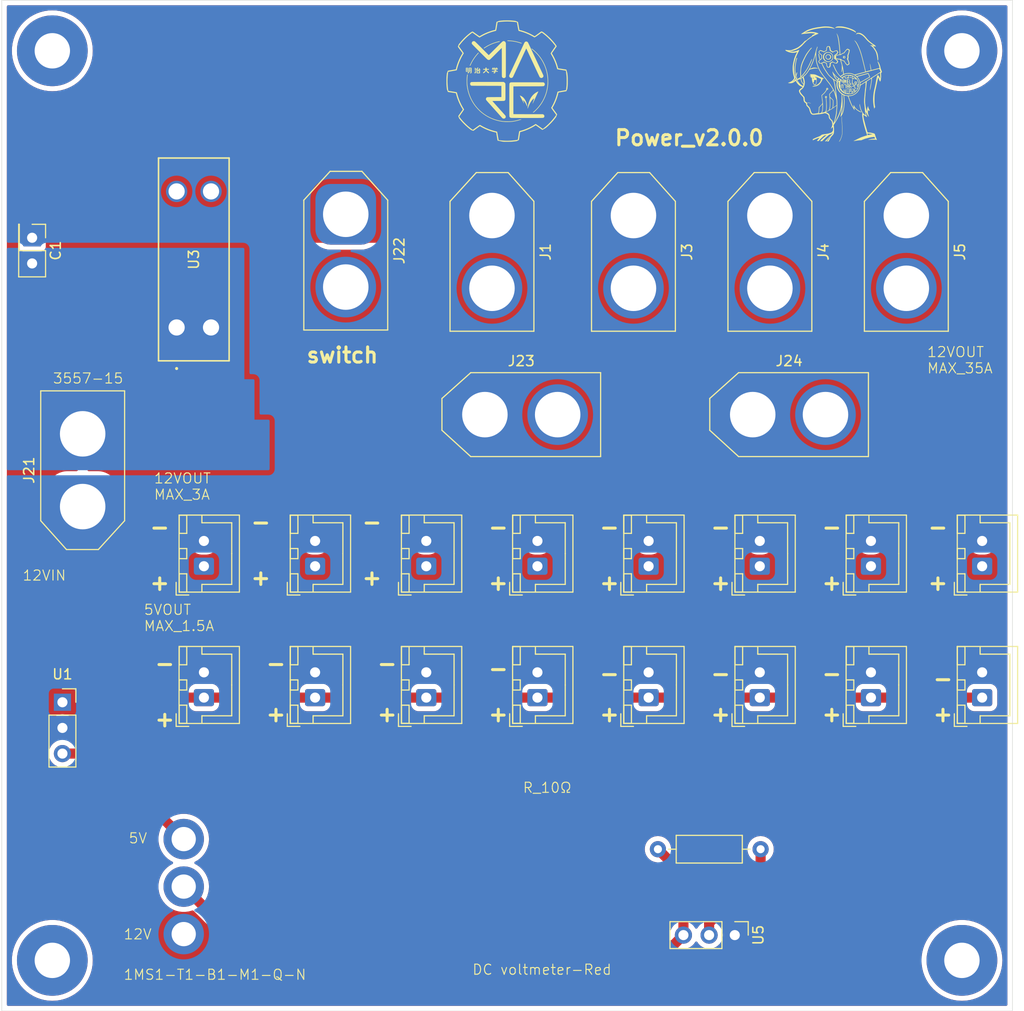
<source format=kicad_pcb>
(kicad_pcb (version 20240108) (generator "pcbnew") (generator_version "8.0")
  (layers (0 "F.Cu" signal) (31 "B.Cu" signal) (34 "B.Paste" user) (35 "F.Paste" user) (36 "B.SilkS" user "B.Silkscreen") (37 "F.SilkS" user "F.Silkscreen") (38 "B.Mask" user) (39 "F.Mask" user) (44 "Edge.Cuts" user))
  (net 0 "")
  (net 1 "GND")
  (net 2 "Net-(J14-Pin_1)")
  (net 3 "Net-(U5-OUT)")
  (net 4 "Net-(R1-Pad1)")
  (net 5 "+12V_1")
  (net 6 "+12V_2")
  (net 7 "+12V_3")
  (footprint "Connector_AMASS:AMASS_XT60-F_1x02_P7.20mm_Vertical" (layer "F.Cu") (at 46.033156 33.179045 -90)
    (property "Reference" "J22" (at 3.6 -5.3 90) (layer "F.SilkS"))
    (property "Value" "Conn_01x02_Pin" (hide yes))
    (pad "1" thru_hole roundrect (at 0 0 270) (size 6 6) (drill 4.5) (layers "*.Cu" "*.Mask") (net 6 "+12V_2"))
    (pad "2" thru_hole circle (at 7.2 0 270) (size 6 6) (drill 4.5) (layers "*.Cu" "*.Mask") (net 7 "+12V_3"))
  )
  (footprint "Connector_JST:JST_XH_B2B-XH-A_1x02_P2.50mm_Vertical" (layer "F.Cu") (at 54 68 90)
    (property "Reference" "J8" (hide yes))
    (property "Value" "Conn_01x02_Socket" (hide yes))
    (pad "1" thru_hole roundrect (at 0 0 90) (size 1.7 2) (drill 1) (layers "*.Cu" "*.Mask") (roundrect_rratio 0.147059) (net 6 "+12V_2"))
    (pad "2" thru_hole oval (at 2.5 0 90) (size 1.7 2) (drill 1) (layers "*.Cu" "*.Mask") (net 1 "GND"))
  )
  (footprint "00a:hole_M3" (layer "F.Cu") (at 107 17)
    (property "Reference" "REF**" (hide yes))
    (property "Value" "hole_M3")
    (pad "1" thru_hole circle (at 0 0) (size 7 7) (drill 3.5) (layers "*.Cu" "*.Mask"))
  )
  (footprint "00a:hole_M3" (layer "F.Cu") (at 107 107)
    (property "Reference" "REF**" (hide yes))
    (property "Value" "hole_M3")
    (pad "1" thru_hole circle (at 0 0) (size 7 7) (drill 3.5) (layers "*.Cu" "*.Mask"))
  )
  (footprint "Connector_AMASS:AMASS_XT60-F_1x02_P7.20mm_Vertical" (layer "F.Cu") (at 20 62.1 90)
    (property "Reference" "J21" (at 3.6 -5.3 90) (layer "F.SilkS"))
    (property "Value" "Conn_01x02_Pin")
    (pad "1" thru_hole roundrect (at 0 0 90) (size 6 6) (drill 4.5) (layers "*.Cu" "*.Mask") (net 1 "GND"))
    (pad "2" thru_hole circle (at 7.2 0 90) (size 6 6) (drill 4.5) (layers "*.Cu" "*.Mask") (net 5 "+12V_1"))
  )
  (footprint "00a:MARC_rogo" (layer "F.Cu") (at 62 20)
    (property "Reference" "G***" (hide yes))
    (property "Value" "LOGO" (hide yes))
  )
  (footprint "Connector_JST:JST_XH_B2B-XH-A_1x02_P2.50mm_Vertical" (layer "F.Cu") (at 32 68 90)
    (property "Reference" "J6" (hide yes))
    (property "Value" "Conn_01x02_Socket" (hide yes))
    (pad "1" thru_hole roundrect (at 0 0 90) (size 1.7 2) (drill 1) (layers "*.Cu" "*.Mask") (roundrect_rratio 0.147059) (net 6 "+12V_2"))
    (pad "2" thru_hole oval (at 2.5 0 90) (size 1.7 2) (drill 1) (layers "*.Cu" "*.Mask") (net 1 "GND"))
  )
  (footprint "Connector_AMASS:AMASS_XT60-F_1x02_P7.20mm_Vertical" (layer "F.Cu") (at 60.5 33.3 -90)
    (property "Reference" "J1" (at 3.6 -5.3 90) (layer "F.SilkS"))
    (property "Value" "Conn_01x02_Socket" (hide yes))
    (pad "1" thru_hole roundrect (at 0 0 270) (size 6 6) (drill 4.5) (layers "*.Cu" "*.Mask") (net 1 "GND"))
    (pad "2" thru_hole circle (at 7.2 0 270) (size 6 6) (drill 4.5) (layers "*.Cu" "*.Mask") (net 7 "+12V_3"))
  )
  (footprint "Connector_JST:JST_XH_B2B-XH-A_1x02_P2.50mm_Vertical" (layer "F.Cu") (at 43 68 90)
    (property "Reference" "J7" (hide yes))
    (property "Value" "Conn_01x02_Socket" (hide yes))
    (pad "1" thru_hole roundrect (at 0 0 90) (size 1.7 2) (drill 1) (layers "*.Cu" "*.Mask") (roundrect_rratio 0.147059) (net 6 "+12V_2"))
    (pad "2" thru_hole oval (at 2.5 0 90) (size 1.7 2) (drill 1) (layers "*.Cu" "*.Mask") (net 1 "GND"))
  )
  (footprint "00a:nuron" (layer "F.Cu") (at 95 20)
    (property "Reference" "G***" (hide yes))
    (property "Value" "LOGO" (hide yes))
  )
  (footprint "Connector_JST:JST_XH_B2B-XH-A_1x02_P2.50mm_Vertical" (layer "F.Cu") (at 87 81 90)
    (property "Reference" "J18" (hide yes))
    (property "Value" "Conn_01x02_Socket" (hide yes))
    (pad "1" thru_hole roundrect (at 0 0 90) (size 1.7 2) (drill 1) (layers "*.Cu" "*.Mask") (roundrect_rratio 0.147059) (net 2 "Net-(J14-Pin_1)"))
    (pad "2" thru_hole oval (at 2.5 0 90) (size 1.7 2) (drill 1) (layers "*.Cu" "*.Mask") (net 1 "GND"))
  )
  (footprint "00a:hole_M3" (layer "F.Cu") (at 17 17)
    (property "Reference" "REF**" (hide yes))
    (property "Value" "hole_M3")
    (pad "1" thru_hole circle (at 0 0) (size 7 7) (drill 3.5) (layers "*.Cu" "*.Mask"))
  )
  (footprint "00a:1MS1-T1-B1-M1-Q-N-S" (layer "F.Cu") (at 30 95 -90)
    (property "Reference" "U4" (hide yes))
    (property "Value" "~")
    (pad "1" thru_hole circle (at 0 0 270) (size 4 4) (drill 2.4) (layers "*.Cu" "*.Mask") (net 2 "Net-(J14-Pin_1)"))
    (pad "2" thru_hole circle (at 4.7 0 270) (size 4 4) (drill 2.4) (layers "*.Cu" "*.Mask") (net 3 "Net-(U5-OUT)"))
    (pad "3" thru_hole circle (at 9.4 0 270) (size 4 4) (drill 2.4) (layers "*.Cu" "*.Mask") (net 6 "+12V_2"))
  )
  (footprint "Connector_PinSocket_2.54mm:PinSocket_1x03_P2.54mm_Vertical" (layer "F.Cu") (at 18 81.46)
    (property "Reference" "U1" (at 0 -2.77 0) (layer "F.SilkS"))
    (property "Value" "~")
    (pad "1" thru_hole rect (at 0 0) (size 1.7 1.7) (drill 1) (layers "*.Cu" "*.Mask") (net 6 "+12V_2"))
    (pad "2" thru_hole oval (at 0 2.54) (size 1.7 1.7) (drill 1) (layers "*.Cu" "*.Mask") (net 1 "GND"))
    (pad "3" thru_hole oval (at 0 5.08) (size 1.7 1.7) (drill 1) (layers "*.Cu" "*.Mask") (net 2 "Net-(J14-Pin_1)"))
  )
  (footprint "Connector_JST:JST_XH_B2B-XH-A_1x02_P2.50mm_Vertical" (layer "F.Cu") (at 54 81 90)
    (property "Reference" "J15" (hide yes))
    (property "Value" "Conn_01x02_Socket" (hide yes))
    (pad "1" thru_hole roundrect (at 0 0 90) (size 1.7 2) (drill 1) (layers "*.Cu" "*.Mask") (roundrect_rratio 0.147059) (net 2 "Net-(J14-Pin_1)"))
    (pad "2" thru_hole oval (at 2.5 0 90) (size 1.7 2) (drill 1) (layers "*.Cu" "*.Mask") (net 1 "GND"))
  )
  (footprint "Connector_JST:JST_XH_B2B-XH-A_1x02_P2.50mm_Vertical" (layer "F.Cu") (at 98 81 90)
    (property "Reference" "J19" (hide yes))
    (property "Value" "Conn_01x02_Socket" (hide yes))
    (pad "1" thru_hole roundrect (at 0 0 90) (size 1.7 2) (drill 1) (layers "*.Cu" "*.Mask") (roundrect_rratio 0.147059) (net 2 "Net-(J14-Pin_1)"))
    (pad "2" thru_hole oval (at 2.5 0 90) (size 1.7 2) (drill 1) (layers "*.Cu" "*.Mask") (net 1 "GND"))
  )
  (footprint "Resistor_THT:R_Axial_DIN0207_L6.3mm_D2.5mm_P10.16mm_Horizontal" (layer "F.Cu") (at 87.08 96 180)
    (property "Reference" "R1" (hide yes))
    (property "Value" "10" (hide yes))
    (pad "1" thru_hole circle (at 0 0 180) (size 1.6 1.6) (drill 0.8) (layers "*.Cu" "*.Mask") (net 4 "Net-(R1-Pad1)"))
    (pad "2" thru_hole oval (at 10.16 0 180) (size 1.6 1.6) (drill 0.8) (layers "*.Cu" "*.Mask") (net 3 "Net-(U5-OUT)"))
  )
  (footprint "Connector_JST:JST_XH_B2B-XH-A_1x02_P2.50mm_Vertical" (layer "F.Cu") (at 65 81 90)
    (property "Reference" "J16" (hide yes))
    (property "Value" "Conn_01x02_Socket" (hide yes))
    (pad "1" thru_hole roundrect (at 0 0 90) (size 1.7 2) (drill 1) (layers "*.Cu" "*.Mask") (roundrect_rratio 0.147059) (net 2 "Net-(J14-Pin_1)"))
    (pad "2" thru_hole oval (at 2.5 0 90) (size 1.7 2) (drill 1) (layers "*.Cu" "*.Mask") (net 1 "GND"))
  )
  (footprint "Connector_JST:JST_XH_B2B-XH-A_1x02_P2.50mm_Vertical" (layer "F.Cu") (at 109 81 90)
    (property "Reference" "J20" (hide yes))
    (property "Value" "Conn_01x02_Socket" (hide yes))
    (pad "1" thru_hole roundrect (at 0 0 90) (size 1.7 2) (drill 1) (layers "*.Cu" "*.Mask") (roundrect_rratio 0.147059) (net 2 "Net-(J14-Pin_1)"))
    (pad "2" thru_hole oval (at 2.5 0 90) (size 1.7 2) (drill 1) (layers "*.Cu" "*.Mask") (net 1 "GND"))
  )
  (footprint "Connector_AMASS:AMASS_XT60-F_1x02_P7.20mm_Vertical" (layer "F.Cu") (at 74.5 33.3 -90)
    (property "Reference" "J3" (at 3.6 -5.3 90) (layer "F.SilkS"))
    (property "Value" "Conn_01x02_Socket")
    (pad "1" thru_hole roundrect (at 0 0 270) (size 6 6) (drill 4.5) (layers "*.Cu" "*.Mask") (net 1 "GND"))
    (pad "2" thru_hole circle (at 7.2 0 270) (size 6 6) (drill 4.5) (layers "*.Cu" "*.Mask") (net 7 "+12V_3"))
  )
  (footprint "Connector_JST:JST_XH_B2B-XH-A_1x02_P2.50mm_Vertical" (layer "F.Cu") (at 76 68 90)
    (property "Reference" "J10" (hide yes))
    (property "Value" "Conn_01x02_Socket" (hide yes))
    (pad "1" thru_hole roundrect (at 0 0 90) (size 1.7 2) (drill 1) (layers "*.Cu" "*.Mask") (roundrect_rratio 0.147059) (net 6 "+12V_2"))
    (pad "2" thru_hole oval (at 2.5 0 90) (size 1.7 2) (drill 1) (layers "*.Cu" "*.Mask") (net 1 "GND"))
  )
  (footprint "Connector_JST:JST_XH_B2B-XH-A_1x02_P2.50mm_Vertical" (layer "F.Cu") (at 76 81 90)
    (property "Reference" "J17" (hide yes))
    (property "Value" "Conn_01x02_Socket" (hide yes))
    (pad "1" thru_hole roundrect (at 0 0 90) (size 1.7 2) (drill 1) (layers "*.Cu" "*.Mask") (roundrect_rratio 0.147059) (net 2 "Net-(J14-Pin_1)"))
    (pad "2" thru_hole oval (at 2.5 0 90) (size 1.7 2) (drill 1) (layers "*.Cu" "*.Mask") (net 1 "GND"))
  )
  (footprint "Connector_JST:JST_XH_B2B-XH-A_1x02_P2.50mm_Vertical" (layer "F.Cu") (at 32 81 90)
    (property "Reference" "J2" (hide yes))
    (property "Value" "Conn_01x02_Socket" (hide yes))
    (pad "1" thru_hole roundrect (at 0 0 90) (size 1.7 2) (drill 1) (layers "*.Cu" "*.Mask") (roundrect_rratio 0.147059) (net 2 "Net-(J14-Pin_1)"))
    (pad "2" thru_hole oval (at 2.5 0 90) (size 1.7 2) (drill 1) (layers "*.Cu" "*.Mask") (net 1 "GND"))
  )
  (footprint "Connector_AMASS:AMASS_XT60-F_1x02_P7.20mm_Vertical" (layer "F.Cu") (at 86.3 53)
    (property "Reference" "J24" (at 3.6 -5.3 180) (layer "F.SilkS"))
    (property "Value" "Conn_01x02_Socket")
    (pad "1" thru_hole roundrect (at 0 0) (size 6 6) (drill 4.5) (layers "*.Cu" "*.Mask") (net 1 "GND"))
    (pad "2" thru_hole circle (at 7.2 0) (size 6 6) (drill 4.5) (layers "*.Cu" "*.Mask") (net 7 "+12V_3"))
  )
  (footprint "Connector_PinHeader_2.54mm:PinHeader_1x03_P2.54mm_Vertical" (layer "F.Cu") (at 84.525 104.5 -90)
    (property "Reference" "U5" (at 0 -2.33 90) (layer "F.SilkS"))
    (property "Value" "~")
    (pad "1" thru_hole rect (at 0 0 270) (size 1.7 1.7) (drill 1) (layers "*.Cu" "*.Mask") (net 1 "GND"))
    (pad "2" thru_hole oval (at 0 2.54 270) (size 1.7 1.7) (drill 1) (layers "*.Cu" "*.Mask") (net 4 "Net-(R1-Pad1)"))
    (pad "3" thru_hole oval (at 0 5.08 270) (size 1.7 1.7) (drill 1) (layers "*.Cu" "*.Mask") (net 3 "Net-(U5-OUT)"))
  )
  (footprint "Connector_JST:JST_XH_B2B-XH-A_1x02_P2.50mm_Vertical" (layer "F.Cu") (at 65 68 90)
    (property "Reference" "J9" (hide yes))
    (property "Value" "Conn_01x02_Socket" (hide yes))
    (pad "1" thru_hole roundrect (at 0 0 90) (size 1.7 2) (drill 1) (layers "*.Cu" "*.Mask") (roundrect_rratio 0.147059) (net 6 "+12V_2"))
    (pad "2" thru_hole oval (at 2.5 0 90) (size 1.7 2) (drill 1) (layers "*.Cu" "*.Mask") (net 1 "GND"))
  )
  (footprint "Connector_AMASS:AMASS_XT60-F_1x02_P7.20mm_Vertical" (layer "F.Cu") (at 88 33.3 -90)
    (property "Reference" "J4" (at 3.6 -5.3 90) (layer "F.SilkS"))
    (property "Value" "Conn_01x02_Socket")
    (pad "1" thru_hole roundrect (at 0 0 270) (size 6 6) (drill 4.5) (layers "*.Cu" "*.Mask") (net 1 "GND"))
    (pad "2" thru_hole circle (at 7.2 0 270) (size 6 6) (drill 4.5) (layers "*.Cu" "*.Mask") (net 7 "+12V_3"))
  )
  (footprint "Connector_AMASS:AMASS_XT60-F_1x02_P7.20mm_Vertical" (layer "F.Cu") (at 101.5 33.3 -90)
    (property "Reference" "J5" (at 3.6 -5.3 90) (layer "F.SilkS"))
    (property "Value" "Conn_01x02_Socket")
    (pad "1" thru_hole roundrect (at 0 0 270) (size 6 6) (drill 4.5) (layers "*.Cu" "*.Mask") (net 1 "GND"))
    (pad "2" thru_hole circle (at 7.2 0 270) (size 6 6) (drill 4.5) (layers "*.Cu" "*.Mask") (net 7 "+12V_3"))
  )
  (footprint "footprints:3557-15_KEY" (layer "F.Cu") (at 29.2982 44.3754 90)
    (property "Reference" "U3" (at 6.731 1.7018 90) (layer "F.SilkS"))
    (property "Value" "~")
    (pad "1" thru_hole rect (at 0 0 90) (size 2.1082 2.1082) (drill 1.6002) (layers "*.Cu" "*.Mask") (net 5 "+12V_1"))
    (pad "2" thru_hole circle (at 0 3.4036 90) (size 2.1082 2.1082) (drill 1.6002) (layers "*.Cu" "*.Mask") (net 5 "+12V_1"))
    (pad "3" thru_hole circle (at 13.462 3.4036 90) (size 2.1082 2.1082) (drill 1.6002) (layers "*.Cu" "*.Mask") (net 6 "+12V_2"))
    (pad "4" thru_hole circle (at 13.462 0 90) (size 2.1082 2.1082) (drill 1.6002) (layers "*.Cu" "*.Mask") (net 6 "+12V_2"))
  )
  (footprint "00a:hole_M3" (layer "F.Cu") (at 17 107)
    (property "Reference" "REF**" (hide yes))
    (property "Value" "hole_M3")
    (pad "1" thru_hole circle (at 0 0) (size 7 7) (drill 3.5) (layers "*.Cu" "*.Mask"))
  )
  (footprint "Connector_JST:JST_XH_B2B-XH-A_1x02_P2.50mm_Vertical" (layer "F.Cu") (at 109 68 90)
    (property "Reference" "J13" (hide yes))
    (property "Value" "Conn_01x02_Socket" (hide yes))
    (pad "1" thru_hole roundrect (at 0 0 90) (size 1.7 2) (drill 1) (layers "*.Cu" "*.Mask") (roundrect_rratio 0.147059) (net 6 "+12V_2"))
    (pad "2" thru_hole oval (at 2.5 0 90) (size 1.7 2) (drill 1) (layers "*.Cu" "*.Mask") (net 1 "GND"))
  )
  (footprint "Connector_JST:JST_XH_B2B-XH-A_1x02_P2.50mm_Vertical" (layer "F.Cu") (at 43 81 90)
    (property "Reference" "J14" (hide yes))
    (property "Value" "Conn_01x02_Socket" (hide yes))
    (pad "1" thru_hole roundrect (at 0 0 90) (size 1.7 2) (drill 1) (layers "*.Cu" "*.Mask") (roundrect_rratio 0.147059) (net 2 "Net-(J14-Pin_1)"))
    (pad "2" thru_hole oval (at 2.5 0 90) (size 1.7 2) (drill 1) (layers "*.Cu" "*.Mask") (net 1 "GND"))
  )
  (footprint "Connector_JST:JST_XH_B2B-XH-A_1x02_P2.50mm_Vertical" (layer "F.Cu") (at 98 68 90)
    (property "Reference" "J12" (hide yes))
    (property "Value" "Conn_01x02_Socket" (hide yes))
    (pad "1" thru_hole roundrect (at 0 0 90) (size 1.7 2) (drill 1) (layers "*.Cu" "*.Mask") (roundrect_rratio 0.147059) (net 6 "+12V_2"))
    (pad "2" thru_hole oval (at 2.5 0 90) (size 1.7 2) (drill 1) (layers "*.Cu" "*.Mask") (net 1 "GND"))
  )
  (footprint "Connector_PinHeader_2.54mm:PinHeader_2x01_P2.54mm_Vertical" (layer "F.Cu") (at 15 35.5 -90)
    (property "Reference" "C1" (at 1.27 -2.33 90) (layer "F.SilkS"))
    (property "Value" "C")
    (pad "1" thru_hole rect (at 0 0 270) (size 1.7 1.7) (drill 1) (layers "*.Cu" "*.Mask") (net 1 "GND"))
    (pad "2" thru_hole oval (at 2.54 0 270) (size 1.7 1.7) (drill 1) (layers "*.Cu" "*.Mask") (net 5 "+12V_1"))
  )
  (footprint "Connector_AMASS:AMASS_XT60-F_1x02_P7.20mm_Vertical" (layer "F.Cu") (at 59.8 53)
    (property "Reference" "J23" (at 3.6 -5.3 180) (layer "F.SilkS"))
    (property "Value" "Conn_01x02_Socket")
    (pad "1" thru_hole roundrect (at 0 0) (size 6 6) (drill 4.5) (layers "*.Cu" "*.Mask") (net 1 "GND"))
    (pad "2" thru_hole circle (at 7.2 0) (size 6 6) (drill 4.5) (layers "*.Cu" "*.Mask") (net 7 "+12V_3"))
  )
  (footprint "Connector_JST:JST_XH_B2B-XH-A_1x02_P2.50mm_Vertical" (layer "F.Cu") (at 87 68 90)
    (property "Reference" "J11" (hide yes))
    (property "Value" "Conn_01x02_Socket" (hide yes))
    (pad "1" thru_hole roundrect (at 0 0 90) (size 1.7 2) (drill 1) (layers "*.Cu" "*.Mask") (roundrect_rratio 0.147059) (net 6 "+12V_2"))
    (pad "2" thru_hole oval (at 2.5 0 90) (size 1.7 2) (drill 1) (layers "*.Cu" "*.Mask") (net 1 "GND"))
  )
  (gr_rect (start 12 12) (end 112 112) (stroke (width 0.05)) (fill none) (layer "Edge.Cuts"))
  (gr_text "+\n" (at 47.5 70 0) (layer "F.SilkS") (effects (font (size 1.5 1.5) (thickness 0.3) (bold yes)) (justify left bottom)))
  (gr_text "12V" (at 24 105 0) (layer "F.SilkS") (effects (font (size 1 1) (thickness 0.1)) (justify left bottom)))
  (gr_text "-" (at 71 65 0) (layer "F.SilkS") (effects (font (size 1.5 1.5) (thickness 0.3) (bold yes)) (justify left bottom)))
  (gr_text "+\n" (at 71 83.5 0) (layer "F.SilkS") (effects (font (size 1.5 1.5) (thickness 0.3) (bold yes)) (justify left bottom)))
  (gr_text "+\n" (at 82 70.5 0) (layer "F.SilkS") (effects (font (size 1.5 1.5) (thickness 0.3) (bold yes)) (justify left bottom)))
  (gr_text "+\n" (at 103.5 70.5 0) (layer "F.SilkS") (effects (font (size 1.5 1.5) (thickness 0.3) (bold yes)) (justify left bottom)))
  (gr_text "-" (at 38 78.5 0) (layer "F.SilkS") (effects (font (size 1.5 1.5) (thickness 0.3) (bold yes)) (justify left bottom)))
  (gr_text "3557-15" (at 17 50 0) (layer "F.SilkS") (effects (font (size 1 1) (thickness 0.1)) (justify left bottom)))
  (gr_text "12VOUT\nMAX_35A" (at 103.5 49 0) (layer "F.SilkS") (effects (font (size 1 1) (thickness 0.1)) (justify left bottom)))
  (gr_text "-" (at 26.5 65 0) (layer "F.SilkS") (effects (font (size 1.5 1.5) (thickness 0.3) (bold yes)) (justify left bottom)))
  (gr_text "+\n" (at 93 83.5 0) (layer "F.SilkS") (effects (font (size 1.5 1.5) (thickness 0.3) (bold yes)) (justify left bottom)))
  (gr_text "-" (at 82 79.5 0) (layer "F.SilkS") (effects (font (size 1.5 1.5) (thickness 0.3) (bold yes)) (justify left bottom)))
  (gr_text "-" (at 93 65 0) (layer "F.SilkS") (effects (font (size 1.5 1.5) (thickness 0.3) (bold yes)) (justify left bottom)))
  (gr_text "+\n" (at 49 83.5 0) (layer "F.SilkS") (effects (font (size 1.5 1.5) (thickness 0.3) (bold yes)) (justify left bottom)))
  (gr_text "5V" (at 24.5 95.5 0) (layer "F.SilkS") (effects (font (size 1 1) (thickness 0.1)) (justify left bottom)))
  (gr_text "-" (at 49 78.5 0) (layer "F.SilkS") (effects (font (size 1.5 1.5) (thickness 0.3) (bold yes)) (justify left bottom)))
  (gr_text "1MS1-T1-B1-M1-Q-N" (at 24 109 0) (layer "F.SilkS") (effects (font (size 1 1) (thickness 0.1)) (justify left bottom)))
  (gr_text "+\n" (at 93 70.5 0) (layer "F.SilkS") (effects (font (size 1.5 1.5) (thickness 0.3) (bold yes)) (justify left bottom)))
  (gr_text "+\n" (at 26.5 70.5 0) (layer "F.SilkS") (effects (font (size 1.5 1.5) (thickness 0.3) (bold yes)) (justify left bottom)))
  (gr_text "12VOUT\nMAX_3A" (at 27 61.5 0) (layer "F.SilkS") (effects (font (size 1 1) (thickness 0.1)) (justify left bottom)))
  (gr_text "+\n" (at 36.5 70 0) (layer "F.SilkS") (effects (font (size 1.5 1.5) (thickness 0.3) (bold yes)) (justify left bottom)))
  (gr_text "-" (at 60 79 0) (layer "F.SilkS") (effects (font (size 1.5 1.5) (thickness 0.3) (bold yes)) (justify left bottom)))
  (gr_text "DC voltmeter-Red" (at 58.5 108.5 0) (layer "F.SilkS") (effects (font (size 1 1) (thickness 0.1)) (justify left bottom)))
  (gr_text "-" (at 47.5 64.5 0) (layer "F.SilkS") (effects (font (size 1.5 1.5) (thickness 0.3) (bold yes)) (justify left bottom)))
  (gr_text "-" (at 36.5 64.5 0) (layer "F.SilkS") (effects (font (size 1.5 1.5) (thickness 0.3) (bold yes)) (justify left bottom)))
  (gr_text "-" (at 27 78.5 0) (layer "F.SilkS") (effects (font (size 1.5 1.5) (thickness 0.3) (bold yes)) (justify left bottom)))
  (gr_text "+\n" (at 71 70.5 0) (layer "F.SilkS") (effects (font (size 1.5 1.5) (thickness 0.3) (bold yes)) (justify left bottom)))
  (gr_text "+\n" (at 27 84 0) (layer "F.SilkS") (effects (font (size 1.5 1.5) (thickness 0.3) (bold yes)) (justify left bottom)))
  (gr_text "+\n" (at 82 83.5 0) (layer "F.SilkS") (effects (font (size 1.5 1.5) (thickness 0.3) (bold yes)) (justify left bottom)))
  (gr_text "+\n" (at 60 83.5 0) (layer "F.SilkS") (effects (font (size 1.5 1.5) (thickness 0.3) (bold yes)) (justify left bottom)))
  (gr_text "-" (at 93 79.5 0) (layer "F.SilkS") (effects (font (size 1.5 1.5) (thickness 0.3) (bold yes)) (justify left bottom)))
  (gr_text "12VIN" (at 14 69.5 0) (layer "F.SilkS") (effects (font (size 1 1) (thickness 0.1)) (justify left bottom)))
  (gr_text "-" (at 103.5 65 0) (layer "F.SilkS") (effects (font (size 1.5 1.5) (thickness 0.3) (bold yes)) (justify left bottom)))
  (gr_text "Power_v2.0.0" (at 72.5 26.5 0) (layer "F.SilkS") (effects (font (size 1.5 1.5) (thickness 0.3) (bold yes)) (justify left bottom)))
  (gr_text "-" (at 82 65 0) (layer "F.SilkS") (effects (font (size 1.5 1.5) (thickness 0.3) (bold yes)) (justify left bottom)))
  (gr_text "switch" (at 42 48 0) (layer "F.SilkS") (effects (font (size 1.5 1.5) (thickness 0.3) (bold yes)) (justify left bottom)))
  (gr_text "-" (at 60 65 0) (layer "F.SilkS") (effects (font (size 1.5 1.5) (thickness 0.3) (bold yes)) (justify left bottom)))
  (gr_text "-" (at 71 79.5 0) (layer "F.SilkS") (effects (font (size 1.5 1.5) (thickness 0.3) (bold yes)) (justify left bottom)))
  (gr_text "+\n" (at 60 70.5 0) (layer "F.SilkS") (effects (font (size 1.5 1.5) (thickness 0.3) (bold yes)) (justify left bottom)))
  (gr_text "+\n" (at 104 83.5 0) (layer "F.SilkS") (effects (font (size 1.5 1.5) (thickness 0.3) (bold yes)) (justify left bottom)))
  (gr_text "R_10Ω" (at 63.5 90.5 0) (layer "F.SilkS") (effects (font (size 1 1) (thickness 0.1)) (justify left bottom)))
  (gr_text "5VOUT\nMAX_1.5A" (at 26 74.5 0) (layer "F.SilkS") (effects (font (size 1 1) (thickness 0.1)) (justify left bottom)))
  (gr_text "-" (at 104 80 0) (layer "F.SilkS") (effects (font (size 1.5 1.5) (thickness 0.3) (bold yes)) (justify left bottom)))
  (gr_text "+\n" (at 38 83.5 0) (layer "F.SilkS") (effects (font (size 1.5 1.5) (thickness 0.3) (bold yes)) (justify left bottom)))
  (segment (start 21.54 86.54) (end 30 95) (width 1) (layer "F.Cu") (net 2))
  (segment (start 27.08 81) (end 21.54 86.54) (width 1) (layer "F.Cu") (net 2))
  (segment (start 32 81) (end 27.08 81) (width 1) (layer "F.Cu") (net 2))
  (segment (start 32 81) (end 43 81) (width 1) (layer "F.Cu") (net 2))
  (segment (start 18 86.54) (end 21.54 86.54) (width 1) (layer "F.Cu") (net 2))
  (segment (start 43 81) (end 54 81) (width 1) (layer "F.Cu") (net 2))
  (segment (start 98 81) (end 109 81) (width 1) (layer "F.Cu") (net 2))
  (segment (start 87 81) (end 98 81) (width 1) (layer "F.Cu") (net 2))
  (segment (start 65 81) (end 76 81) (width 1) (layer "F.Cu") (net 2))
  (segment (start 54 81) (end 65 81) (width 1) (layer "F.Cu") (net 2))
  (segment (start 76 81) (end 87 81) (width 1) (layer "F.Cu") (net 2))
  (segment (start 77.895 106.05) (end 79.445 104.5) (width 1) (layer "F.Cu") (net 3))
  (segment (start 30 99.7) (end 36.35 106.05) (width 1) (layer "F.Cu") (net 3))
  (segment (start 79.445 104.5) (end 79.445 98.525) (width 1) (layer "F.Cu") (net 3))
  (segment (start 36.35 106.05) (end 77.895 106.05) (width 1) (layer "F.Cu") (net 3))
  (segment (start 79.445 98.525) (end 76.92 96) (width 1) (layer "F.Cu") (net 3))
  (segment (start 87.08 98.202919) (end 87.08 96) (width 1) (layer "F.Cu") (net 4))
  (segment (start 81.985 103.297919) (end 87.08 98.202919) (width 1) (layer "F.Cu") (net 4))
  (segment (start 81.985 104.5) (end 81.985 103.297919) (width 1) (layer "F.Cu") (net 4))
  (zone (net 6) (net_name "+12V_2") (layer "F.Cu") (connect_pads yes (clearance 0.5)) (min_thickness 0.25) (fill yes (thermal_gap 0.5) (thermal_bridge_width 10))
    (polygon (pts (xy 12 12) (xy 12 112) (xy 112 112) (xy 112 12)))
  )
  (zone (net 7) (net_name "+12V_3") (layer "F.Cu") (priority 4) (connect_pads yes (clearance 0.5)) (min_thickness 0.25) (fill yes (thermal_gap 0.5) (thermal_bridge_width 0.5))
    (polygon (pts (xy 40.5 59) (xy 106 59.5) (xy 106 27.5) (xy 80.5 28) (xy 66.5 28) (xy 54 28) (xy 54 36.5) (xy 40.5 36.5)))
  )
  (zone (net 5) (net_name "+12V_1") (layer "B.Cu") (priority 2) (connect_pads yes (clearance 0.5)) (min_thickness 0.25) (fill yes (thermal_gap 0.5) (thermal_bridge_width 0.5))
    (polygon (pts (xy 12 58.5) (xy 38.5 58.5) (xy 38.5 53.5) (xy 37 53.5) (xy 37 49.5) (xy 36 49.5) (xy 36 36.5) (xy 12 36.5)))
  )
  (zone (net 1) (net_name "GND") (layer "B.Cu") (priority 1) (connect_pads yes (clearance 0.5)) (min_thickness 0.25) (fill yes (thermal_gap 0.5) (thermal_bridge_width 0.5))
    (polygon (pts (xy 12 12) (xy 12 112) (xy 112 112) (xy 112 12)))
  )
)
</source>
